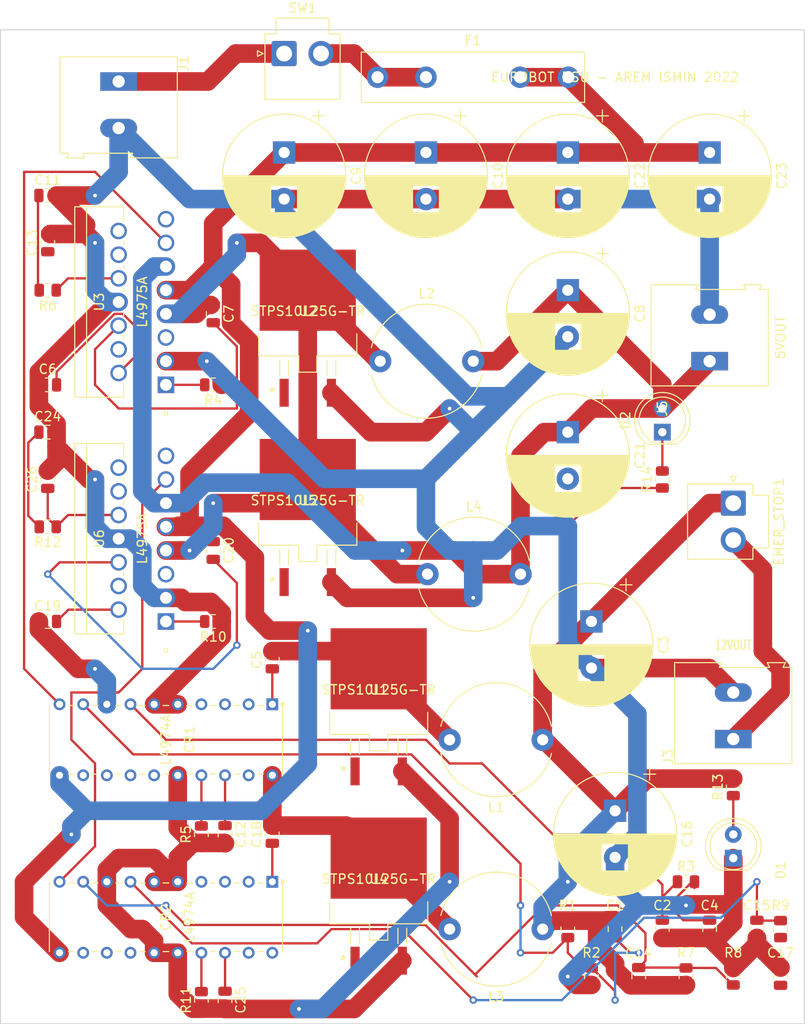
<source format=kicad_pcb>
(kicad_pcb (version 20211014) (generator pcbnew)
  (layers (0 "F.Cu" signal) (31 "B.Cu" signal) (34 "B.Paste" user) (35 "F.Paste" user) (36 "B.SilkS" user "B.Silkscreen") (37 "F.SilkS" user "F.Silkscreen") (38 "B.Mask" user) (39 "F.Mask" user) (44 "Edge.Cuts" user))
  (net 0 "")
  (net 1 "Net-(C2-Pad1)")
  (net 2 "GND")
  (net 3 "Net-(C4-Pad1)")
  (net 4 "Net-(C5-Pad1)")
  (net 5 "/12VOUTPREIND")
  (net 6 "Net-(C6-Pad2)")
  (net 7 "/5VOUTPREIND")
  (net 8 "Net-(C7-Pad2)")
  (net 9 "+12V")
  (net 10 "Net-(C1-Pad2)")
  (net 11 "Net-(C11-Pad1)")
  (net 12 "Net-(C12-Pad1)")
  (net 13 "Net-(C13-Pad1)")
  (net 17 "Net-(CR1-Pad10)")
  (net 21 "Net-(CR1-Pad17)")
  (net 23 "Net-(R4-Pad2)")
  (net 30 "Net-(C14-Pad2)")
  (net 31 "Net-(C15-Pad1)")
  (net 32 "Net-(C17-Pad1)")
  (net 33 "Net-(C18-Pad1)")
  (net 34 "Net-(C19-Pad2)")
  (net 35 "Net-(C20-Pad2)")
  (net 36 "Net-(C24-Pad1)")
  (net 37 "Net-(C25-Pad1)")
  (net 38 "Net-(C26-Pad1)")
  (net 42 "Net-(CR2-Pad10)")
  (net 46 "Net-(CR2-Pad17)")
  (net 48 "Net-(R10-Pad2)")
  (net 57 "+5V")
  (net 58 "+24V")
  (net 59 "Net-(D1-Pad2)")
  (net 60 "Net-(D2-Pad1)")
  (net 61 "/12VOUTPOSTEMER")
  (net 62 "/VBATPOSTSWITCH")
  (net 63 "/VBATPRESWITCH")
  (footprint "Capacitor_SMD:C_0805_2012Metric" (layer "F.Cu") (at 41.91 85.41 90)
    (fp_text reference "C5")
    (fp_text value "470nF")
  )
  (footprint "Capacitor_SMD:C_0805_2012Metric" (layer "F.Cu") (at 93.98 114.3 -90)
    (fp_text reference "C15")
    (fp_text value "330pF")
  )
  (footprint "Resistor_SMD:R_0805_2012Metric" (layer "F.Cu") (at 34.29 121.92 90)
    (fp_text reference "R11")
    (fp_text value "33K")
  )
  (footprint "Capacitor_THT:CP_Radial_D13.0mm_P5.00mm" (layer "F.Cu") (at 76.2 81.28 -90)
    (fp_text reference "C3")
    (fp_text value "330uF")
  )
  (footprint "TerminalBlock:TerminalBlock_Altech_AK300-2_P5.00mm" (layer "F.Cu") (at 25.4 23.32 -90)
    (fp_text reference "J1")
    (fp_text value "VBATIN")
  )
  (footprint "Inductor_THT:L_Radial_D12.0mm_P10.00mm_Neosid_SD12_style1" (layer "F.Cu") (at 58.58 76.2)
    (fp_text reference "L4")
    (fp_text value "150uH")
  )
  (footprint "Capacitor_SMD:C_0805_2012Metric" (layer "F.Cu") (at 36.83 121.92 -90)
    (fp_text reference "C25")
    (fp_text value "4.7nF")
  )
  (footprint "Capacitor_THT:CP_Radial_D13.0mm_P5.00mm" (layer "F.Cu") (at 88.9 30.94 -90)
    (fp_text reference "C23")
    (fp_text value "3300uF")
  )
  (footprint "Resistor_SMD:R_0805_2012Metric" (layer "F.Cu") (at 34.29 104.14 90)
    (fp_text reference "R5")
    (fp_text value "33K")
  )
  (footprint "STPS:STPS10L25G-TR" (layer "F.Cu") (at 53.34 108.9279)
    (fp_text reference "U4")
    (fp_text value "STPS10L25G-TR")
  )
  (footprint "Capacitor_SMD:C_0805_2012Metric" (layer "F.Cu") (at 36.83 104.14 -90)
    (fp_text reference "C12")
    (fp_text value "4.7nF")
  )
  (footprint "Capacitor_SMD:C_0805_2012Metric" (layer "F.Cu") (at 17.78 60.96)
    (fp_text reference "C24")
    (fp_text value "22nF")
  )
  (footprint "L4974A:L4974A" (layer "F.Cu") (at 41.91 109.22 -90)
    (fp_text reference "CR2")
    (fp_text value "L4974A")
  )
  (footprint "Resistor_SMD:R_0805_2012Metric" (layer "F.Cu") (at 73.66 114.3 90)
    (fp_text reference "R1")
    (fp_text value "6.2K")
  )
  (footprint "Capacitor_SMD:C_0805_2012Metric" (layer "F.Cu") (at 96.52 119.38 90)
    (fp_text reference "C17")
    (fp_text value "22nF")
  )
  (footprint "STPS:STPS10L25G-TR" (layer "F.Cu") (at 45.72 68.2879)
    (fp_text reference "U5")
    (fp_text value "STPS10L25G-TR")
  )
  (footprint "Capacitor_THT:CP_Radial_D13.0mm_P5.00mm" (layer "F.Cu") (at 58.42 30.94 -90)
    (fp_text reference "C10")
    (fp_text value "3300uF")
  )
  (footprint "Capacitor_SMD:C_0805_2012Metric" (layer "F.Cu") (at 17.78 35.56)
    (fp_text reference "C11")
    (fp_text value "22nF")
  )
  (footprint "TerminalBlock:TerminalBlock_Altech_AK300-2_P5.00mm" (layer "F.Cu") (at 88.9 53.34 90)
    (fp_text reference "J5")
    (fp_text value "5VOUT")
  )
  (footprint "Capacitor_SMD:C_0805_2012Metric" (layer "F.Cu") (at 35.56 48.26 -90)
    (fp_text reference "C7")
    (fp_text value "470nF")
  )
  (footprint "L4974A:L4974A" (layer "F.Cu") (at 41.91 90.17 -90)
    (fp_text reference "CR1")
    (fp_text value "L4974A")
  )
  (footprint "Capacitor_SMD:C_0805_2012Metric" (layer "F.Cu") (at 35.56 73.66 -90)
    (fp_text reference "C20")
    (fp_text value "470nF")
  )
  (footprint "Resistor_SMD:R_0805_2012Metric" (layer "F.Cu") (at 17.78 45.72 180)
    (fp_text reference "R6")
    (fp_text value "15K")
  )
  (footprint "Capacitor_THT:CP_Radial_D13.0mm_P5.00mm" (layer "F.Cu") (at 78.74 101.6 -90)
    (fp_text reference "C16")
    (fp_text value "330uF")
  )
  (footprint "Resistor_SMD:R_0805_2012Metric" (layer "F.Cu") (at 91.44 119.38 -90)
    (fp_text reference "R8")
    (fp_text value "4.7K")
  )
  (footprint "L4975A:L4975A" (layer "F.Cu") (at 30.48 81.28 90)
    (fp_text reference "U6")
    (fp_text value "L4975A")
  )
  (footprint "Resistor_SMD:R_0805_2012Metric" (layer "F.Cu") (at 17.78 71.12 180)
    (fp_text reference "R12")
    (fp_text value "15K")
  )
  (footprint "Capacitor_THT:CP_Radial_D13.0mm_P5.00mm" (layer "F.Cu") (at 43.18 30.94 -90)
    (fp_text reference "C9")
    (fp_text value "470uF")
  )
  (footprint "Capacitor_SMD:C_0805_2012Metric" (layer "F.Cu") (at 81.28 119.38 90)
    (fp_text reference "C14")
    (fp_text value "47nF")
  )
  (footprint "Resistor_SMD:R_0805_2012Metric" (layer "F.Cu") (at 96.52 114.3 -90)
    (fp_text reference "R9")
    (fp_text value "15K")
  )
  (footprint "Capacitor_SMD:C_0805_2012Metric" (layer "F.Cu") (at 17.78 66.04 90)
    (fp_text reference "C26")
    (fp_text value "330pF")
  )
  (footprint "Connector_JST:JST_VH_B2P-VH-B_1x02_P3.96mm_Vertical" (layer "F.Cu") (at 91.44 68.58 -90)
    (fp_text reference "EMER_STOP1")
    (fp_text value "Conn_01x02_Male")
  )
  (footprint "Capacitor_SMD:C_0805_2012Metric" (layer "F.Cu") (at 88.9 114.3 -90)
    (fp_text reference "C4")
    (fp_text value "22nF")
  )
  (footprint "Resistor_SMD:R_0805_2012Metric" (layer "F.Cu") (at 83.82 66.04 90)
    (fp_text reference "R14")
    (fp_text value "150")
  )
  (footprint "Fuse:Fuseholder_Littelfuse_445_030_series_5x20mm" (layer "F.Cu") (at 53.22 22.86)
    (fp_text reference "F1")
    (fp_text value "Fuse")
  )
  (footprint "L4975A:L4975A" (layer "F.Cu") (at 30.48 55.88 90)
    (fp_text reference "U3")
    (fp_text value "L4975A")
  )
  (footprint "Capacitor_THT:CP_Radial_D13.0mm_P5.00mm" (layer "F.Cu") (at 73.66 45.72 -90)
    (fp_text reference "C8")
    (fp_text value "1000uF")
  )
  (footprint "TerminalBlock:TerminalBlock_Altech_AK300-2_P5.00mm" (layer "F.Cu") (at 91.44 93.9 90)
    (fp_text reference "J3")
    (fp_text value "12VOUT")
  )
  (footprint "Capacitor_SMD:C_0805_2012Metric" (layer "F.Cu") (at 17.78 81.28)
    (fp_text reference "C19")
    (fp_text value "4.7nF")
  )
  (footprint "LED_THT:LED_D5.0mm" (layer "F.Cu") (at 83.82 60.96 90)
    (fp_text reference "D2")
    (fp_text value "LED")
  )
  (footprint "STPS:STPS10L25G-TR" (layer "F.Cu") (at 45.72 47.9679)
    (fp_text reference "U2")
    (fp_text value "STPS10L25G-TR")
  )
  (footprint "Resistor_SMD:R_0805_2012Metric" (layer "F.Cu") (at 35.56 81.28 180)
    (fp_text reference "R10")
    (fp_text value "30K")
  )
  (footprint "Capacitor_THT:CP_Radial_D13.0mm_P5.00mm" (layer "F.Cu") (at 73.66 30.94 -90)
    (fp_text reference "C22")
    (fp_text value "470uF")
  )
  (footprint "Connector_JST:JST_VH_B2P-VH_1x02_P3.96mm_Vertical" (layer "F.Cu") (at 43.18 20.32)
    (fp_text reference "SW1")
    (fp_text value "SW_SPST")
  )
  (footprint "Resistor_SMD:R_0805_2012Metric" (layer "F.Cu") (at 91.44 99.06 90)
    (fp_text reference "R13")
    (fp_text value "500")
  )
  (footprint "Capacitor_SMD:C_0805_2012Metric" (layer "F.Cu") (at 17.78 55.88)
    (fp_text reference "C6")
    (fp_text value "4.7nF")
  )
  (footprint "Capacitor_SMD:C_0805_2012Metric" (layer "F.Cu") (at 83.82 114.3 -90)
    (fp_text reference "C2")
    (fp_text value "330pF")
  )
  (footprint "Capacitor_SMD:C_0805_2012Metric" (layer "F.Cu") (at 17.78 40.64 90)
    (fp_text reference "C13")
    (fp_text value "330pF")
  )
  (footprint "Capacitor_THT:CP_Radial_D13.0mm_P5.00mm" (layer "F.Cu") (at 73.66 60.96 -90)
    (fp_text reference "C21")
    (fp_text value "1000uF")
  )
  (footprint "STPS:STPS10L25G-TR" (layer "F.Cu") (at 53.34 88.6079)
    (fp_text reference "U1")
    (fp_text value "STPS10L25G-TR")
  )
  (footprint "Inductor_THT:L_Radial_D12.0mm_P10.00mm_Neosid_SD12_style1" (layer "F.Cu") (at 53.5 53.34)
    (fp_text reference "L2")
    (fp_text value "150uH")
  )
  (footprint "Resistor_SMD:R_0805_2012Metric" (layer "F.Cu") (at 76.2 119.38 90)
    (fp_text reference "R2")
    (fp_text value "4.7K")
  )
  (footprint "Resistor_SMD:R_0805_2012Metric" (layer "F.Cu") (at 86.36 109.22)
    (fp_text reference "R3")
    (fp_text value "15K")
  )
  (footprint "Inductor_THT:L_Radial_D12.0mm_P10.00mm_Neosid_SD12_style1" (layer "F.Cu") (at 70.96 114.3 180)
    (fp_text reference "L3")
    (fp_text value "300uH")
  )
  (footprint "LED_THT:LED_D5.0mm" (layer "F.Cu") (at 91.44 106.68 90)
    (fp_text reference "D1")
    (fp_text value "LED")
  )
  (footprint "Inductor_THT:L_Radial_D12.0mm_P10.00mm_Neosid_SD12_style1" (layer "F.Cu") (at 70.96 93.98 180)
    (fp_text reference "L1")
    (fp_text value "300uH")
  )
  (footprint "Capacitor_SMD:C_0805_2012Metric" (layer "F.Cu") (at 41.91 104.14 90)
    (fp_text reference "C18")
    (fp_text value "470nF")
  )
  (footprint "Resistor_SMD:R_0805_2012Metric" (layer "F.Cu") (at 35.56 55.88 180)
    (fp_text reference "R4")
    (fp_text value "30K")
  )
  (footprint "Resistor_SMD:R_0805_2012Metric" (layer "F.Cu") (at 86.36 119.38 -90)
    (fp_text reference "R7")
    (fp_text value "6.2K")
  )
  (footprint "Capacitor_SMD:C_0805_2012Metric" (layer "F.Cu") (at 78.74 114.3 -90)
    (fp_text reference "C1")
    (fp_text value "47nF")
  )
  (gr_rect (start 99.06 124.46) (end 12.7 17.78) (layer "Edge.Cuts") (width 0.1) (fill none))
  (gr_text "12VOUT" (at 91.44 83.82) (layer "F.SilkS") (effects (font (size 1 0.7))))
  (gr_text "5VOUT" (at 96.52 50.8 90) (layer "F.SilkS") (effects (font (size 1 1))))
  (gr_text "EUROBOT PSU - AREM ISMIN 2022" (at 78.74 22.86) (layer "F.SilkS") (effects (font (size 1 1))))
  (segment (start 30.48 93.98) (end 58.42 93.98) (width 0.25) (layer "F.Cu") (net 1))
  (segment (start 83.82 110.8475) (end 83.82 113.35) (width 0.25) (layer "F.Cu") (net 1))
  (segment (start 85.4475 109.22) (end 83.82 110.8475) (width 0.25) (layer "F.Cu") (net 1))
  (segment (start 26.67 90.17) (end 30.48 93.98) (width 0.25) (layer "F.Cu") (net 1))
  (segment (start 83.82 109.524015) (end 78.435985 104.14) (width 0.25) (layer "F.Cu") (net 1))
  (segment (start 60.96 96.52) (end 64.45 96.52) (width 0.25) (layer "F.Cu") (net 1))
  (segment (start 72.07 104.14) (end 64.45 96.52) (width 0.25) (layer "F.Cu") (net 1))
  (segment (start 78.435985 104.14) (end 72.07 104.14) (width 0.25) (layer "F.Cu") (net 1))
  (segment (start 58.42 93.98) (end 60.96 96.52) (width 0.25) (layer "F.Cu") (net 1))
  (segment (start 83.82 110.8475) (end 83.82 109.524015) (width 0.25) (layer "F.Cu") (net 1))
  (segment (start 76.2 86.28) (end 88.82 86.28) (width 2) (layer "F.Cu") (net 2))
  (segment (start 33.35257 105.0525) (end 34.29 105.0525) (width 2) (layer "F.Cu") (net 2))
  (segment (start 22.86 40.64) (end 21.91 39.69) (width 2) (layer "F.Cu") (net 2))
  (segment (start 18.73 62.55) (end 18.73 60.96) (width 2) (layer "F.Cu") (net 2))
  (segment (start 93.98 115.25) (end 93.98 115.9275) (width 2) (layer "F.Cu") (net 2))
  (segment (start 17.78 65.09) (end 18.73 64.14) (width 2) (layer "F.Cu") (net 2))
  (segment (start 35.321419 79.191489) (end 32.568511 79.191489) (width 2) (layer "F.Cu") (net 2))
  (segment (start 29.21 109.22) (end 31.75 109.22) (width 2) (layer "F.Cu") (net 2))
  (segment (start 34.29 122.8325) (end 33.35257 122.8325) (width 2) (layer "F.Cu") (net 2))
  (segment (start 29.21 116.84) (end 31.75 116.84) (width 2) (layer "F.Cu") (net 2))
  (segment (start 48.26 77.0509) (end 49.9491 78.74) (width 2) (layer "F.Cu") (net 2))
  (segment (start 18.73 35.56) (end 21.91 38.74) (width 2) (layer "F.Cu") (net 2))
  (segment (start 50.7009 122.87) (end 55.88 117.6909) (width 2) (layer "F.Cu") (net 2))
  (segment (start 22.22 66.04) (end 22.86 66.04) (width 2) (layer "F.Cu") (net 2))
  (segment (start 77.7475 66.9525) (end 73.66 71.04) (width 0.25) (layer "F.Cu") (net 2))
  (segment (start 29.21 106.68) (end 31.115 108.585) (width 2) (layer "F.Cu") (net 2))
  (segment (start 93.98 115.25) (end 93.98 115.89) (width 2) (layer "F.Cu") (net 2))
  (segment (start 36.4725 80.34257) (end 35.321419 79.191489) (width 2) (layer "F.Cu") (net 2))
  (segment (start 18.73 62.55) (end 22.22 66.04) (width 2) (layer "F.Cu") (net 2))
  (segment (start 36.4725 81.28) (end 36.4725 80.34257) (width 2) (layer "F.Cu") (net 2))
  (segment (start 21.91 39.69) (end 18.055 39.69) (width 2) (layer "F.Cu") (net 2))
  (segment (start 24.13 109.22) (end 24.13 107.95) (width 2) (layer "F.Cu") (net 2))
  (segment (start 18.73 64.14) (end 18.73 62.55) (width 2) (layer "F.Cu") (net 2))
  (segment (start 31.115 108.585) (end 30.48 109.22) (width 2) (layer "F.Cu") (net 2))
  (segment (start 16.83 54.510681) (end 24.405201 46.93548) (width 2) (layer "F.Cu") (net 2))
  (segment (start 36.4725 54.94257) (end 34.86993 53.34) (width 2) (layer "F.Cu") (net 2))
  (segment (start 91.44 117.79) (end 88.9 115.25) (width 2) (layer "F.Cu") (net 2))
  (segment (start 18.73 35.56) (end 22.86 35.56) (width 2) (layer "F.Cu") (net 2))
  (segment (start 29.21 115.57) (end 29.21 116.84) (width 2) (layer "F.Cu") (net 2))
  (segment (start 83.82 66.9525) (end 77.7475 66.9525) (width 0.25) (layer "F.Cu") (net 2))
  (segment (start 74.5725 120.2925) (end 73.66 119.38) (width 2) (layer "F.Cu") (net 2))
  (segment (start 21.91 38.74) (end 21.91 39.69) (width 0.25) (layer "F.Cu") (net 2))
  (segment (start 33.35257 122.8325) (end 36.7925 122.8325) (width 2) (layer "F.Cu") (net 2))
  (segment (start 16.83 55.88) (end 16.83 54.510681) (width 2) (layer "F.Cu") (net 2))
  (segment (start 43.18 35.94) (end 58.42 35.94) (width 2) (layer "F.Cu") (net 2))
  (segment (start 36.4725 55.88) (end 36.4725 54.94257) (width 2) (layer "F.Cu") (net 2))
  (segment (start 31.115 108.585) (end 31.75 109.22) (width 2) (layer "F.Cu") (net 2))
  (segment (start 24.13 111.705609) (end 26.724391 114.3) (width 2) (layer "F.Cu") (net 2))
  (segment (start 27.94 114.3) (end 29.21 115.57) (width 2) (layer "F.Cu") (net 2))
  (segment (start 25.4 106.68) (end 29.21 106.68) (width 2) (layer "F.Cu") (net 2))
  (segment (start 58.42 35.94) (end 73.66 35.94) (width 2) (layer "F.Cu") (net 2))
  (segment (start 30.48 109.22) (end 29.21 109.22) (width 2) (layer "F.Cu") (net 2))
  (segment (start 31.75 97.79) (end 31.75 103.44993) (width 2) (layer "F.Cu") (net 2))
  (segment (start 16.83 81.28) (end 16.83 82.15493) (width 2) (layer "F.Cu") (net 2))
  (segment (start 55.88 97.3709) (end 60.96 102.4509) (width 2) (layer "F.Cu") (net 2))
  (segment (start 24.13 107.95) (end 25.4 106.68) (width 2) (layer "F.Cu") (net 2))
  (segment (start 52.4891 60.96) (end 58.42 60.96) (width 2) (layer "F.Cu") (net 2))
  (segment (start 58.42 60.96) (end 60.96 58.42) (width 2) (layer "F.Cu") (net 2))
  (segment (start 30.48 53.34) (end 34.86993 53.34) (width 2) (layer "F.Cu") (net 2))
  (segment (start 91.44 118.4675) (end 91.44 117.79) (width 2) (layer "F.Cu") (net 2))
  (segment (start 91.33048 111.65048) (end 91.44 111.76) (width 2) (layer "F.Cu") (net 2))
  (segment (start 48.26 56.7309) (end 52.4891 60.96) (width 2) (layer "F.Cu") (net 2))
  (segment (start 88.82 86.28) (end 91.44 88.9) (width 2) (layer "F.Cu") (net 2))
  (segment (start 16.83 58.18507) (end 18.73 60.08507) (width 2) (layer "F.Cu") (net 2))
  (segment (start 32.568511 79.191489) (end 32.117022 78.74) (width 2) (layer "F.Cu") (net 2))
  (segment (start 44.77 122.87) (end 50.7009 122.87) (width 2) (layer "F.Cu") (net 2))
  (segment (start 32.117022 78.74) (end 30.48 78.74) (width 2) (layer "F.Cu") (net 2))
  (segment (start 86.36 111.76) (end 86.46952 111.65048) (width 2) (layer "F.Cu") (net 2))
  (segment (start 88.9 115.25) (end 89.77493 115.25) (width 2) (layer "F.Cu") (net 2))
  (segment (start 31.75 109.22) (end 31.75 106.65507) (width 2) (layer "F.Cu") (net 2))
  (segment (start 34.29 105.0525) (end 36.7925 105.0525) (width 2) (layer "F.Cu") (net 2))
  (segment (start 36.83 122.87) (end 44.77 122.87) (width 2) (layer "F.Cu") (net 2))
  (segment (start 86.46952 111.65048) (end 91.33048 111.65048) (width 2) (layer "F.Cu") (net 2))
  (segment (start 31.75 103.44993) (end 33.35257 105.0525) (width 2) (layer "F.Cu") (net 2))
  (segment (start 31.75 106.65507) (end 33.35257 105.0525) (width 2) (layer "F.Cu") (net 2))
  (segment (start 26.724391 114.3) (end 27.94 114.3) (width 2) (layer "F.Cu") (net 2))
  (segment (start 36.7925 122.8325) (end 36.83 122.87) (width 2) (layer "F.Cu") (net 2))
  (segment (start 16.83 55.88) (end 16.83 58.18507) (width 2) (layer "F.Cu") (net 2))
  (segment (start 36.4725 81.28) (end 36.4725 82.9075) (width 2) (layer "F.Cu") (net 2))
  (segment (start 33.35257 122.8325) (end 31.75 121.22993) (width 2) (layer "F.Cu") (net 2))
  (segment (start 29.21 90.17) (end 31.75 90.17) (width 2) (layer "F.Cu") (net 2))
  (segment (start 91.44 113.58493) (end 91.44 106.68) (width 2) (layer "F.Cu") (net 2))
  (segment (start 76.2 120.2925) (end 74.5725 120.2925) (width 2) (layer "F.Cu") (net 2))
  (segment (start 31.75 121.22993) (end 31.75 116.84) (width 2) (layer "F.Cu") (net 2))
  (segment (start 36.7925 105.0525) (end 36.83 105.09) (width 2) (layer "F.Cu") (net 2))
  (segment (start 24.13 109.22) (end 24.13 111.705609) (width 2) (layer "F.Cu") (net 2))
  (segment (start 18.73 60.08507) (end 18.73 60.96) (width 2) (layer "F.Cu") (net 2))
  (segment (start 89.77493 115.25) (end 91.44 113.58493) (width 2) (layer "F.Cu") (net 2))
  (segment (start 21.03507 86.36) (end 22.86 86.36) (width 2) (layer "F.Cu") (net 2))
  (segment (start 60.96 102.4509) (end 60.96 109.22) (width 2) (layer "F.Cu") (net 2))
  (segment (start 49.9491 78.74) (end 63.5 78.74) (width 2) (layer "F.Cu") (net 2))
  (segment (start 16.83 82.15493) (end 21.03507 86.36) (width 2) (layer "F.Cu") (net 2))
  (segment (start 83.82 115.25) (end 88.9 115.25) (width 2) (layer "F.Cu") (net 2))
  (segment (start 93.98 115.9275) (end 91.44 118.4675) (width 2) (layer "F.Cu") (net 2))
  (segment (start 36.4725 82.9075) (end 29.21 90.17) (width 2) (layer "F.Cu") (net 2))
  (segment (start 93.98 115.89) (end 96.52 118.43) (width 2) (layer "F.Cu") (net 2))
  (via (at 22.86 35.56) (size 0.8) (drill 0.4) (layers "F.Cu" "B.Cu") (net 2))
  (via (at 60.96 58.42) (size 0.8) (drill 0.4) (layers "F.Cu" "B.Cu") (net 2))
  (via (at 22.86 66.04) (size 0.8) (drill 0.4) (layers "F.Cu" "B.Cu") (net 2))
  (via (at 73.66 119.38) (size 0.8) (drill 0.4) (layers "F.Cu" "B.Cu") (net 2))
  (via (at 86.36 111.76) (size 0.8) (drill 0.4) (layers "F.Cu" "B.Cu") (net 2))
  (via (at 34.86993 53.34) (size 0.8) (drill 0.4) (layers "F.Cu" "B.Cu") (net 2))
  (via (at 60.96 109.22) (size 0.8) (drill 0.4) (layers "F.Cu" "B.Cu") (net 2))
  (via (at 22.86 40.64) (size 0.8) (drill 0.4) (layers "F.Cu" "B.Cu") (net 2))
  (via (at 44.77 122.87) (size 0.8) (drill 0.4) (layers "F.Cu" "B.Cu") (net 2))
  (via (at 22.86 86.36) (size 0.8) (drill 0.4) (layers "F.Cu" "B.Cu") (net 2))
  (via (at 63.5 78.74) (size 0.8) (drill 0.4) (layers "F.Cu" "B.Cu") (net 2))
  (segment (start 66.04 73.66) (end 63.5 73.66) (width 2) (layer "B.Cu") (net 2))
  (segment (start 27.94 77.457235) (end 29.222765 78.74) (width 2) (layer "B.Cu") (net 2))
  (segment (start 22.86 45.707235) (end 22.86 40.64) (width 2) (layer "B.Cu") (net 2))
  (segment (start 43.18 35.94) (end 43.18 37.441472) (width 2) (layer "B.Cu") (net 2))
  (segment (start 24.142765 72.39) (end 25.4 72.39) (width 2) (layer "B.Cu") (net 2))
  (segment (start 62.848528 57.11) (end 67.27 57.11) (width 2) (layer "B.Cu") (net 2))
  (segment (start 73.66 83.74) (end 73.66 71.04) (width 2) (layer "B.Cu") (net 2))
  (segment (start 63.5 78.74) (end 63.5 73.66) (width 2) (layer "B.Cu") (net 2))
  (segment (start 43.18 35.94) (end 33.02 35.94) (width 2) (layer "B.Cu") (net 2))
  (segment (start 22.86 86.36) (end 24.13 87.63) (width 2) (layer "B.Cu") (net 2))
  (segment (start 78.74 109.22) (end 78.74 106.6) (width 2) (layer "B.Cu") (net 2))
  (segment (start 60.96 58.42) (end 63.46 60.92) (width 2) (layer "B.Cu") (net 2))
  (segment (start 43.18 37.441472) (end 62.848528 57.11) (width 2) (layer "B.Cu") (net 2))
  (segment (start 24.142765 46.99) (end 22.86 45.707235) (width 2) (layer "B.Cu") (net 2))
  (segment (start 88.9 35.94) (end 73.66 35.94) (width 2) (layer "B.Cu") (net 2))
  (segment (start 63.5 73.66) (end 60.96 73.66) (width 2) (layer "B.Cu") (net 2))
  (segment (start 88.9 48.34) (end 88.9 35.94) (width 2) (layer "B.Cu") (net 2))
  (segment (start 47.31 122.87) (end 44.77 122.87) (width 2) (layer "B.Cu") (net 2))
  (segment (start 24.13 87.63) (end 24.13 90.17) (width 2) (layer "B.Cu") (net 2))
  (segment (start 34.86993 53.34) (end 47.48993 65.96) (width 2) (layer "B.Cu") (net 2))
  (segment (start 25.4 33.02) (end 25.4 28.32) (width 2) (layer "B.Cu") (net 2))
  (segment (start 60.96 109.22) (end 47.31 122.87) (width 2) (layer "B.Cu") (net 2))
  (segment (start 68.66 71.04) (end 66.04 73.66) (width 2) (layer "B.Cu") (net 2))
  (segment (start 81.139511 91.219511) (end 76.2 86.28) (width 2) (layer "B.Cu") (net 2))
  (segment (start 67.27 57.11) (end 73.66 50.72) (width 2) (layer "B.Cu") (net 2))
  (segment (start 76.2 86.28) (end 73.66 83.74) (width 2) (layer "B.Cu") (net 2))
  (segment (start 29.222765 78.74) (end 30.48 78.74) (width 2) (layer "B.Cu") (net 2))
  (segment (start 58.42 65.96) (end 63.46 60.92) (width 2) (layer "B.Cu") (net 2))
  (segment (start 25.4 46.99) (end 24.142765 46.99) (width 2) (layer "B.Cu") (net 2))
  (segment (start 33.02 35.94) (end 25.4 28.32) (width 2) (layer "B.Cu") (net 2))
  (segment (start 22.86 71.107235) (end 24.142765 72.39) (width 2) (layer "B.Cu") (net 2))
  (segment (start 58.42 71.12) (end 58.42 65.96) (width 2) (layer "B.Cu") (net 2))
  (segment (start 22.86 35.56) (end 25.4 33.02) (width 2) (layer "B.Cu") (net 2))
  (segment (start 22.86 66.04) (end 22.86 71.107235) (width 2) (layer "B.Cu") (net 2))
  (segment (start 73.66 71.04) (end 68.66 71.04) (width 2) (layer "B.Cu") (net 2))
  (segment (start 26.657235 72.39) (end 27.94 73.672765) (width 2) (layer "B.Cu") (net 2))
  (segment (start 78.74 106.6) (end 81.139511 104.200489) (width 2) (layer "B.Cu") (net 2))
  (segment (start 27.94 73.672765) (end 27.94 77.457235) (width 2) (layer "B.Cu") (net 2))
  (segment (start 81.28 111.76) (end 78.74 109.22) (width 2) (layer "B.Cu") (net 2))
  (segment (start 63.46 60.92) (end 67.27 57.11) (width 2) (layer "B.Cu") (net 2))
  (segment (start 60.96 73.66) (end 58.42 71.12) (width 2) (layer "B.Cu") (net 2))
  (segment (start 47.48993 65.96) (end 58.42 65.96) (width 2) (layer "B.Cu") (net 2))
  (segment (start 81.28 111.76) (end 86.36 111.76) (width 2) (layer "B.Cu") (net 2))
  (segment (start 81.139511 104.200489) (end 81.139511 91.219511) (width 2) (layer "B.Cu") (net 2))
  (segment (start 25.4 72.39) (end 26.657235 72.39) (width 2) (layer "B.Cu") (net 2))
  (segment (start 73.66 119.38) (end 81.28 111.76) (width 2) (layer "B.Cu") (net 2))
  (segment (start 88.9 113.35) (end 86.076846 113.35) (width 0.25) (layer "F.Cu") (net 3))
  (segment (start 86.076846 113.35) (end 85.03548 112.308634) (width 0.25) (layer "F.Cu") (net 3))
  (segment (start 85.03548 111.211366) (end 87.026846 109.22) (width 0.25) (layer "F.Cu") (net 3))
  (segment (start 87.2725 109.8975) (end 87.2725 109.22) (width 0.25) (layer "F.Cu") (net 3))
  (segment (start 85.03548 112.308634) (end 85.03548 111.211366) (width 0.25) (layer "F.Cu") (net 3))
  (segment (start 87.026846 109.22) (end 87.2725 109.22) (width 0.25) (layer "F.Cu") (net 3))
  (segment (start 41.91 90.17) (end 41.91 86.36) (width 0.25) (layer "F.Cu") (net 4))
  (segment (start 41.91 97.79) (end 41.91 103.19) (width 2) (layer "F.Cu") (net 5))
  (segment (start 41.91 103.19) (end 49.85 103.19) (width 2) (layer "F.Cu") (net 5))
  (segment (start 53.34 86.36) (end 60.96 93.98) (width 2) (layer "F.Cu") (net 5))
  (segment (start 60.96 114.3) (end 53.34 106.68) (width 2) (layer "F.Cu") (net 5))
  (segment (start 41.91 84.46) (end 51.44 84.46) (width 2) (layer "F.Cu") (net 5))
  (segment (start 49.85 103.19) (end 53.34 106.68) (width 2) (layer "F.Cu") (net 5))
  (segment (start 51.44 84.46) (end 53.34 86.36) (width 2) (layer "F.Cu") (net 5))
  (segment (start 18.73 54.483835) (end 24.953835 48.26) (width 0.25) (layer "F.Cu") (net 6))
  (segment (start 25.846165 48.26) (end 27.94 50.353835) (width 0.25) (layer "F.Cu") (net 6))
  (segment (start 27.94 50.353835) (end 27.94 52.07) (width 0.25) (layer "F.Cu") (net 6))
  (segment (start 24.953835 48.26) (end 25.846165 48.26) (width 0.25) (layer "F.Cu") (net 6))
  (segment (start 18.73 55.88) (end 18.73 54.483835) (width 0.25) (layer "F.Cu") (net 6))
  (segment (start 27.94 52.07) (end 25.4 54.61) (width 0.25) (layer "F.Cu") (net 6))
  (segment (start 40.64 40.64) (end 45.72 45.72) (width 2) (layer "F.Cu") (net 7))
  (segment (start 33.73507 48.26) (end 34.68507 47.31) (width 2) (layer "F.Cu") (net 7))
  (segment (start 45.72 66.04) (end 45.72 45.72) (width 2) (layer "F.Cu") (net 7))
  (segment (start 30.48 48.26) (end 33.73507 48.26) (width 2) (layer "F.Cu") (net 7))
  (segment (start 30.48 73.66) (end 33.02 73.66) (width 2) (layer "F.Cu") (net 7))
  (segment (start 55.309409 76.2) (end 45.72 66.610591) (width 2) (layer "F.Cu") (net 7))
  (segment (start 45.72 66.610591) (end 45.72 66.04) (width 2) (layer "F.Cu") (net 7))
  (segment (start 53.5 53.34) (end 53.34 53.34) (width 2) (layer "F.Cu") (net 7))
  (segment (start 38.1 40.64) (end 40.64 40.64) (width 2) (layer "F.Cu") (net 7))
  (segment (start 53.34 53.34) (end 45.72 45.72) (width 2) (layer "F.Cu") (net 7))
  (segment (start 58.58 76.2) (end 55.309409 76.2) (width 2) (layer "F.Cu") (net 7))
  (segment (start 34.68507 47.31) (end 35.285 47.31) (width 2) (layer "F.Cu") (net 7))
  (segment (start 43.18 68.58) (end 45.72 66.04) (width 2) (layer "F.Cu") (net 7))
  (segment (start 35.56 68.58) (end 43.18 68.58) (width 2) (layer "F.Cu") (net 7))
  (via (at 35.56 68.58) (size 0.8) (drill 0.4) (layers "F.Cu" "B.Cu") (net 7))
  (via (at 33.02 73.66) (size 0.8) (drill 0.4) (layers "F.Cu" "B.Cu") (net 7))
  (via (at 38.1 40.64) (size 0.8) (drill 0.4) (layers "F.Cu" "B.Cu") (net 7))
  (segment (start 31.737235 48.26) (end 38.1 41.897235) (width 2) (layer "B.Cu") (net 7))
  (segment (start 35.56 71.12) (end 35.56 68.58) (width 2) (layer "B.Cu") (net 7))
  (segment (start 30.48 48.26) (end 31.737235 48.26) (width 2) (layer "B.Cu") (net 7))
  (segment (start 33.02 73.66) (end 35.56 71.12) (width 2) (layer "B.Cu") (net 7))
  (segment (start 38.1 41.897235) (end 38.1 40.64) (width 2) (layer "B.Cu") (net 7))
  (segment (start 38.1 51.75) (end 35.56 49.21) (width 0.25) (layer "F.Cu") (net 8))
  (segment (start 25.4 58.42) (end 38.1 58.42) (width 0.25) (layer "F.Cu") (net 8))
  (segment (start 25.4 49.53) (end 22.86 52.07) (width 0.25) (layer "F.Cu") (net 8))
  (segment (start 22.86 55.88) (end 25.4 58.42) (width 0.25) (layer "F.Cu") (net 8))
  (segment (start 38.1 58.42) (end 38.1 51.75) (width 0.25) (layer "F.Cu") (net 8))
  (segment (start 22.86 52.07) (end 22.86 55.88) (width 0.25) (layer "F.Cu") (net 8))
  (segment (start 78.74 101.6) (end 82.1925 98.1475) (width 2) (layer "F.Cu") (net 9))
  (segment (start 76.2 81.28) (end 88.9 68.58) (width 2) (layer "F.Cu") (net 9))
  (segment (start 77.86507 113.35) (end 76.81548 114.39959) (width 2) (layer "F.Cu") (net 9))
  (segment (start 78.74 118.66493) (end 80.40507 120.33) (width 2) (layer "F.Cu") (net 9))
  (segment (start 71.12 114.3) (end 70.96 114.3) (width 2) (layer "F.Cu") (net 9))
  (segment (start 76.81548 116.10041) (end 78.74 118.02493) (width 2) (layer "F.Cu") (net 9))
  (segment (start 71.8725 113.3875) (end 70.96 114.3) (width 2) (layer "F.Cu") (net 9))
  (segment (start 88.9 68.58) (end 91.44 68.58) (width 2) (layer "F.Cu") (net 9))
  (segment (start 76.81548 114.39959) (end 76.81548 116.10041) (width 2) (layer "F.Cu") (net 9))
  (segment (start 81.2425 120.33) (end 81.255923 120.316577) (width 0.25) (layer "F.Cu") (net 9))
  (segment (start 71.12 93.98) (end 78.74 101.6) (width 2) (layer "F.Cu") (net 9))
  (segment (start 78.74 113.35) (end 77.86507 113.35) (width 2) (layer "F.Cu") (net 9))
  (segment (start 70.96 93.98) (end 70.96 86.52) (width 2) (layer "F.Cu") (net 9))
  (segment (start 82.1925 98.1475) (end 91.44 98.1475) (width 2) (layer "F.Cu") (net 9))
  (segment (start 73.66 113.3875) (end 71.8725 113.3875) (width 2) (layer "F.Cu") (net 9))
  (segment (start 80.40507 120.33) (end 81.28 120.33) (width 2) (layer "F.Cu") (net 9))
  (segment (start 81.28 120.33) (end 86.3225 120.33) (width 2) (layer "F.Cu") (net 9))
  (segment (start 70.96 93.98) (end 71.12 93.98) (width 2) (layer "F.Cu") (net 9))
  (segment (start 86.3225 120.33) (end 86.36 120.2925) (width 2) (layer "F.Cu") (net 9))
  (segment (start 73.66 113.3875) (end 78.7025 113.3875) (width 2) (layer "F.Cu") (net 9))
  (segment (start 78.7025 113.3875) (end 78.74 113.35) (width 2) (layer "F.Cu") (net 9))
  (segment (start 78.74 118.02493) (end 78.74 118.66493) (width 2) (layer "F.Cu") (net 9))
  (segment (start 70.96 86.52) (end 76.2 81.28) (width 2) (layer "F.Cu") (net 9))
  (via (at 73.66 109.22) (size 0.8) (drill 0.4) (layers "F.Cu" "B.Cu") (net 9))
  (segment (start 70.96 111.92) (end 73.66 109.22) (width 2) (layer "B.Cu") (net 9))
  (segment (start 70.96 114.3) (end 70.96 111.92) (width 2) (layer "B.Cu") (net 9))
  (segment (start 73.66 106.68) (end 78.74 101.6) (width 2) (layer "B.Cu") (net 9))
  (segment (start 73.66 109.22) (end 73.66 106.68) (width 2) (layer "B.Cu") (net 9))
  (segment (start 73.66 115.2125) (end 73.66 116.84) (width 0.25) (layer "F.Cu") (net 10))
  (segment (start 76.248154 118.4675) (end 78.74 120.959346) (width 0.25) (layer "F.Cu") (net 10))
  (segment (start 21.59 90.17) (end 26.967789 95.547789) (width 0.25) (layer "F.Cu") (net 10))
  (segment (start 73.66 116.84) (end 75.2875 118.4675) (width 0.25) (layer "F.Cu") (net 10))
  (segment (start 75.2875 118.4675) (end 76.2 118.4675) (width 0.25) (layer "F.Cu") (net 10))
  (segment (start 68.58 107.292493) (end 68.58 111.76) (width 0.25) (layer "F.Cu") (net 10))
  (segment (start 76.2 118.4675) (end 76.248154 118.4675) (width 0.25) (layer "F.Cu") (net 10))
  (segment (start 26.967789 95.547789) (end 56.835296 95.547789) (width 0.25) (layer "F.Cu") (net 10))
  (segment (start 81.28 116.84) (end 80.33 116.84) (width 0.25) (layer "F.Cu") (net 10))
  (segment (start 56.835296 95.547789) (end 68.58 107.292493) (width 0.25) (layer "F.Cu") (net 10))
  (segment (start 72.0325 116.84) (end 73.66 115.2125) (width 0.25) (layer "F.Cu") (net 10))
  (segment (start 68.58 116.84) (end 72.0325 116.84) (width 0.25) (layer "F.Cu") (net 10))
  (segment (start 78.74 120.959346) (end 78.74 121.92) (width 0.25) (layer "F.Cu") (net 10))
  (segment (start 80.33 116.84) (end 78.74 115.25) (width 0.25) (layer "F.Cu") (net 10))
  (via (at 78.74 121.92) (size 0.8) (drill 0.4) (layers "F.Cu" "B.Cu") (net 10))
  (via (at 81.28 116.84) (size 0.8) (drill 0.4) (layers "F.Cu" "B.Cu") (net 10))
  (via (at 68.58 111.76) (size 0.8) (drill 0.4) (layers "F.Cu" "B.Cu") (net 10))
  (via (at 68.58 116.84) (size 0.8) (drill 0.4) (layers "F.Cu" "B.Cu") (net 10))
  (segment (start 78.74 116.84) (end 81.28 116.84) (width 0.25) (layer "B.Cu") (net 10))
  (segment (start 68.58 111.76) (end 68.58 116.84) (width 0.25) (layer "B.Cu") (net 10))
  (segment (start 78.74 121.92) (end 78.74 116.84) (width 0.25) (layer "B.Cu") (net 10))
  (segment (start 16.73048 35.65952) (end 16.73048 45.58298) (width 0.25) (layer "F.Cu") (net 11))
  (segment (start 16.73048 45.58298) (end 16.8675 45.72) (width 0.25) (layer "F.Cu") (net 11))
  (segment (start 16.83 35.56) (end 16.73048 35.65952) (width 0.25) (layer "F.Cu") (net 11))
  (segment (start 36.83 103.19) (end 36.83 97.79) (width 0.25) (layer "F.Cu") (net 12))
  (segment (start 25.4 44.45) (end 19.9625 44.45) (width 0.25) (layer "F.Cu") (net 13))
  (segment (start 19.9625 44.45) (end 18.6925 45.72) (width 0.25) (layer "F.Cu") (net 13))
  (segment (start 19.05 90.17) (end 15.24 86.36) (width 0.25) (layer "F.Cu") (net 17))
  (segment (start 15.24 33.02) (end 22.86 33.02) (width 0.25) (layer "F.Cu") (net 17))
  (segment (start 22.86 33.02) (end 30.48 40.64) (width 0.25) (layer "F.Cu") (net 17))
  (segment (start 15.24 86.36) (end 15.24 33.02) (width 0.25) (layer "F.Cu") (net 17))
  (segment (start 34.29 103.2275) (end 34.29 97.79) (width 0.25) (layer "F.Cu") (net 21))
  (segment (start 30.48 55.88) (end 34.6475 55.88) (width 0.25) (layer "F.Cu") (net 23))
  (segment (start 58.354495 113.85048) (end 63.692008 119.187992) (width 0.25) (layer "F.Cu") (net 30))
  (segment (start 81.28 118.43) (end 82.004511 117.705489) (width 0.25) (layer "F.Cu") (net 30))
  (segment (start 82.004511 114.741357) (end 79.023154 111.76) (width 0.25) (layer "F.Cu") (net 30))
  (segment (start 91.391846 120.2925) (end 89.566846 118.4675) (width 0.25) (layer "F.Cu") (net 30))
  (segment (start 32.483525 113.85048) (end 32.57048 113.85048) (width 0.25) (layer "F.Cu") (net 30))
  (segment (start 63.692008 119.187992) (end 63.884015 119.38) (width 0.25) (layer "F.Cu") (net 30))
  (segment (start 89.566846 118.4675) (end 86.36 118.4675) (width 0.25) (layer "F.Cu") (net 30))
  (segment (start 86.36 118.4675) (end 86.3225 118.43) (width 0.25) (layer "F.Cu") (net 30))
  (segment (start 71.12 111.76) (end 63.692008 119.187992) (width 0.25) (layer "F.Cu") (net 30))
  (segment (start 91.44 120.2925) (end 91.391846 120.2925) (width 0.25) (layer "F.Cu") (net 30))
  (segment (start 32.57048 113.85048) (end 30.48 111.76) (width 0.25) (layer "F.Cu") (net 30))
  (segment (start 82.004511 117.705489) (end 82.004511 114.741357) (width 0.25) (layer "F.Cu") (net 30))
  (segment (start 79.023154 111.76) (end 71.12 111.76) (width 0.25) (layer "F.Cu") (net 30))
  (segment (start 32.57048 113.85048) (end 58.354495 113.85048) (width 0.25) (layer "F.Cu") (net 30))
  (segment (start 86.3225 118.43) (end 81.28 118.43) (width 0.25) (layer "F.Cu") (net 30))
  (via (at 30.48 111.76) (size 0.8) (drill 0.4) (layers "F.Cu" "B.Cu") (net 30))
  (segment (start 30.48 111.76) (end 24.13 111.76) (width 0.25) (layer "B.Cu") (net 30))
  (segment (start 24.13 111.76) (end 21.59 109.22) (width 0.25) (layer "B.Cu") (net 30))
  (segment (start 93.98 113.35) (end 94.0175 113.3875) (width 0.25) (layer "F.Cu") (net 31))
  (segment (start 55.88 114.3) (end 63.5 121.92) (width 0.25) (layer "F.Cu") (net 31))
  (segment (start 33.274511 115.824511) (end 46.735489 115.824511) (width 0.25) (layer "F.Cu") (net 31))
  (segment (start 93.98 109.22) (end 93.98 113.35) (width 0.25) (layer "F.Cu") (net 31))
  (segment (start 94.0175 113.3875) (end 96.52 113.3875) (width 0.25) (layer "F.Cu") (net 31))
  (segment (start 26.67 109.22) (end 33.274511 115.824511) (width 0.25) (layer "F.Cu") (net 31))
  (segment (start 46.735489 115.824511) (end 48.26 114.3) (width 0.25) (layer "F.Cu") (net 31))
  (segment (start 48.26 114.3) (end 55.88 114.3) (width 0.25) (layer "F.Cu") (net 31))
  (via (at 93.98 109.22) (size 0.8) (drill 0.4) (layers "F.Cu" "B.Cu") (net 31))
  (via (at 63.5 121.92) (size 0.8) (drill 0.4) (layers "F.Cu" "B.Cu") (net 31))
  (segment (start 90.11548 113.08452) (end 93.98 109.22) (width 0.25) (layer "B.Cu") (net 31))
  (segment (start 73.024283 121.92) (end 81.859763 113.08452) (width 0.25) (layer "B.Cu") (net 31))
  (segment (start 63.5 121.92) (end 73.024283 121.92) (width 0.25) (layer "B.Cu") (net 31))
  (segment (start 81.859763 113.08452) (end 90.11548 113.08452) (width 0.25) (layer "B.Cu") (net 31))
  (segment (start 63.500011 121.920011) (end 63.5 121.92) (width 0.25) (layer "B.Cu") (net 31))
  (segment (start 41.91 109.22) (end 41.91 105.09) (width 0.25) (layer "F.Cu") (net 33))
  (segment (start 20 80.01) (end 18.73 81.28) (width 0.25) (layer "F.Cu") (net 34))
  (segment (start 25.4 80.01) (end 20 80.01) (width 0.25) (layer "F.Cu") (net 34))
  (segment (start 19.05 74.93) (end 17.78 76.2) (width 0.25) (layer "F.Cu") (net 35))
  (segment (start 25.4 74.93) (end 19.05 74.93) (width 0.25) (layer "F.Cu") (net 35))
  (segment (start 38.1 83.82) (end 38.1 77.15) (width 0.25) (layer "F.Cu") (net 35))
  (segment (start 38.1 77.15) (end 35.56 74.61) (width 0.25) (layer "F.Cu") (net 35))
  (via (at 17.78 76.2) (size 0.8) (drill 0.4) (layers "F.Cu" "B.Cu") (net 35))
  (via (at 38.1 83.82) (size 0.8) (drill 0.4) (layers "F.Cu" "B.Cu") (net 35))
  (segment (start 17.78 76.2) (end 27.94 86.36) (width 0.25) (layer "B.Cu") (net 35))
  (segment (start 27.94 86.36) (end 35.56 86.36) (width 0.25) (layer "B.Cu") (net 35))
  (segment (start 35.56 86.36) (end 38.1 83.82) (width 0.25) (layer "B.Cu") (net 35))
  (segment (start 16.83 60.96) (end 15.68952 62.10048) (width 0.25) (layer "F.Cu") (net 36))
  (segment (start 15.68952 69.94202) (end 16.8675 71.12) (width 0.25) (layer "F.Cu") (net 36))
  (segment (start 15.68952 62.10048) (end 15.68952 69.94202) (width 0.25) (layer "F.Cu") (net 36))
  (segment (start 36.83 120.97) (end 36.83 116.84) (width 0.25) (layer "F.Cu") (net 37))
  (segment (start 17.78 70.2075) (end 18.6925 71.12) (width 0.25) (layer "F.Cu") (net 38))
  (segment (start 17.78 66.99) (end 17.78 70.2075) (width 0.25) (layer "F.Cu") (net 38))
  (segment (start 19.9625 69.85) (end 18.6925 71.12) (width 0.25) (layer "F.Cu") (net 38))
  (segment (start 25.4 69.85) (end 19.9625 69.85) (width 0.25) (layer "F.Cu") (net 38))
  (segment (start 22.86 96.52) (end 22.86 105.41) (width 0.25) (layer "F.Cu") (net 42))
  (segment (start 27.94 86.36) (end 25.4 88.9) (width 0.25) (layer "F.Cu") (net 42))
  (segment (start 20.32 88.9) (end 20.32 93.98) (width 0.25) (layer "F.Cu") (net 42))
  (segment (start 27.94 68.58) (end 27.94 86.36) (width 0.25) (layer "F.Cu") (net 42))
  (segment (start 25.4 88.9) (end 20.32 88.9) (width 0.25) (layer "F.Cu") (net 42))
  (segment (start 22.86 105.41) (end 19.05 109.22) (width 0.25) (layer "F.Cu") (net 42))
  (segment (start 30.48 66.04) (end 27.94 68.58) (width 0.25) (layer "F.Cu") (net 42))
  (segment (start 20.32 93.98) (end 22.86 96.52) (width 0.25) (layer "F.Cu") (net 42))
  (segment (start 34.29 121.0075) (end 34.29 116.84) (width 0.25) (layer "F.Cu") (net 46))
  (segment (start 30.48 81.28) (end 34.6475 81.28) (width 0.25) (layer "F.Cu") (net 48))
  (segment (start 83.82 58.42) (end 83.82 55.88) (width 2) (layer "F.Cu") (net 57))
  (segment (start 71.12 60.96) (end 73.66 60.96) (width 2) (layer "F.Cu") (net 57))
  (segment (start 88.9 53.34) (end 83.82 58.42) (width 2) (layer "F.Cu") (net 57))
  (segment (start 61.530592 73.66) (end 64.070592 76.2) (width 2) (layer "F.Cu") (net 57))
  (segment (start 68.58 76.2) (end 68.58 63.5) (width 2) (layer "F.Cu") (net 57))
  (segment (start 55.88 73.66) (end 61.530592 73.66) (width 2) (layer "F.Cu") (net 57))
  (segment (start 66.04 53.34) (end 63.5 53.34) (width 2) (layer "F.Cu") (net 57))
  (segment (start 68.58 63.5) (end 71.12 60.96) (width 2) (layer "F.Cu") (net 57))
  (segment (start 83.82 55.88) (end 73.66 45.72) (width 2) (layer "F.Cu") (net 57))
  (segment (start 64.070592 76.2) (end 68.58 76.2) (width 2) (layer "F.Cu") (net 57))
  (segment (start 73.66 60.96) (end 76.2 58.42) (width 2) (layer "F.Cu") (net 57))
  (segment (start 76.2 58.42) (end 83.82 58.42) (width 2) (layer "F.Cu") (net 57))
  (segment (start 73.66 45.72) (end 66.04 53.34) (width 2) (layer "F.Cu") (net 57))
  (via (at 55.88 73.66) (size 0.8) (drill 0.4) (layers "F.Cu" "B.Cu") (net 57))
  (segment (start 27.94 67.297235) (end 29.222765 68.58) (width 2) (layer "B.Cu") (net 57))
  (segment (start 50.8 73.66) (end 55.88 73.66) (width 2) (layer "B.Cu") (net 57))
  (segment (start 32.449409 68.58) (end 34.648929 66.38048) (width 2) (layer "B.Cu") (net 57))
  (segment (start 43.52048 66.38048) (end 50.8 73.66) (width 2) (layer "B.Cu") (net 57))
  (segment (start 34.648929 66.38048) (end 43.52048 66.38048) (width 2) (layer "B.Cu") (net 57))
  (segment (start 29.222765 43.18) (end 27.94 44.462765) (width 2) (layer "B.Cu") (net 57))
  (segment (start 30.48 68.58) (end 32.449409 68.58) (width 2) (layer "B.Cu") (net 57))
  (segment (start 30.48 43.18) (end 29.222765 43.18) (width 2) (layer "B.Cu") (net 57))
  (segment (start 29.222765 68.58) (end 30.48 68.58) (width 2) (layer "B.Cu") (net 57))
  (segment (start 27.94 44.462765) (end 27.94 67.297235) (width 2) (layer "B.Cu") (net 57))
  (segment (start 41.62048 82.26048) (end 45.72 82.26048) (width 2) (layer "F.Cu") (net 58))
  (segment (start 35.56 38.56) (end 35.56 43.18) (width 2) (layer "F.Cu") (net 58))
  (segment (start 43.18 30.94) (end 35.56 38.56) (width 2) (layer "F.Cu") (net 58))
  (segment (start 43.18 30.94) (end 80.82 30.94) (width 2) (layer "F.Cu") (net 58))
  (segment (start 37.48452 45.10452) (end 37.48452 49.261366) (width 2) (layer "F.Cu") (net 58))
  (segment (start 31.737235 71.12) (end 31.846755 71.01048) (width 2) (layer "F.Cu") (net 58))
  (segment (start 40.039705 74.414775) (end 40.039705 80.679705) (width 2) (layer "F.Cu") (net 58))
  (segment (start 15.24 111.76) (end 15.24 109.22) (width 2) (layer "F.Cu") (net 58))
  (segment (start 30.48 71.12) (end 31.737235 71.12) (width 2) (layer "F.Cu") (net 58))
  (segment (start 36.63541 71.01048) (end 40.039705 74.414775) (width 2) (layer "F.Cu") (net 58))
  (segment (start 80.82 29.96) (end 80.82 30.94) (width 2) (layer "F.Cu") (net 58))
  (segment (start 31.846755 71.01048) (end 36.63541 71.01048) (width 2) (layer "F.Cu") (net 58))
  (segment (start 35.56 43.18) (end 37.48452 45.10452) (width 2) (layer "F.Cu") (net 58))
  (segment (start 33.02 65.373154) (end 33.02 71.12) (width 2) (layer "F.Cu") (net 58))
  (segment (start 15.24 113.03) (end 15.24 111.76) (width 2) (layer "F.Cu") (net 58))
  (segment (start 35.56 43.18) (end 33.02 45.72) (width 2) (layer "F.Cu") (net 58))
  (segment (start 37.48452 49.261366) (end 39.42452 51.201366) (width 2) (layer "F.Cu") (net 58))
  (segment (start 33.02 71.12) (end 30.48 71.12) (width 2) (layer "F.Cu") (net 58))
  (segment (start 80.82 30.94) (end 88.9 30.94) (width 2) (layer "F.Cu") (net 58))
  (segment (start 33.02 45.72) (end 30.48 45.72) (width 2) (layer "F.Cu") (net 58))
  (segment (start 40.039705 80.679705) (end 41.62048 82.26048) (width 2) (layer "F.Cu") (net 58))
  (segment (start 73.72 22.86) (end 80.82 29.96) (width 2) (layer "F.Cu") (net 58))
  (segment (start 19.05 116.84) (end 15.24 113.03) (width 2) (layer "F.Cu") (net 58))
  (segment (start 39.42452 58.968634) (end 33.02 65.373154) (width 2) (layer "F.Cu") (net 58))
  (segment (start 15.24 109.22) (end 20.32 104.14) (width 2) (layer "F.Cu") (net 58))
  (segment (start 68.52 22.86) (end 73.72 22.86) (width 2) (layer "F.Cu") (net 58))
  (segment (start 39.42452 51.201366) (end 39.42452 58.968634) (width 2) (layer "F.Cu") (net 58))
  (via (at 45.72 82.26048) (size 0.8) (drill 0.4) (layers "F.Cu" "B.Cu") (net 58))
  (via (at 20.32 104.14) (size 0.8) (drill 0.4) (layers "F.Cu" "B.Cu") (net 58))
  (segment (start 45.72 96.574391) (end 40.694391 101.6) (width 2) (layer "B.Cu") (net 58))
  (segment (start 19.05 98.688025) (end 19.05 97.79) (width 2) (layer "B.Cu") (net 58))
  (segment (start 21.961975 101.6) (end 19.05 98.688025) (width 2) (layer "B.Cu") (net 58))
  (segment (start 20.32 104.14) (end 20.32 103.241975) (width 2) (layer "B.Cu") (net 58))
  (segment (start 20.32 103.241975) (end 21.961975 101.6) (width 2) (layer "B.Cu") (net 58))
  (segment (start 45.72 82.26048) (end 45.72 96.574391) (width 2) (layer "B.Cu") (net 58))
  (segment (start 40.694391 101.6) (end 21.961975 101.6) (width 2) (layer "B.Cu") (net 58))
  (segment (start 91.44 99.9725) (end 91.44 104.14) (width 0.25) (layer "F.Cu") (net 59))
  (segment (start 83.82 65.1275) (end 83.82 60.96) (width 0.25) (layer "F.Cu") (net 60))
  (segment (start 94.61952 84.45952) (end 96.52 86.36) (width 2) (layer "F.Cu") (net 61))
  (segment (start 96.52 86.36) (end 96.52 88.82) (width 2) (layer "F.Cu") (net 61))
  (segment (start 91.44 72.54) (end 94.61952 75.71952) (width 2) (layer "F.Cu") (net 61))
  (segment (start 96.52 88.82) (end 91.44 93.9) (width 2) (layer "F.Cu") (net 61))
  (segment (start 94.61952 75.71952) (end 94.61952 84.45952) (width 2) (layer "F.Cu") (net 61))
  (segment (start 53.22 22.86) (end 58.42 22.86) (width 2) (layer "F.Cu") (net 62))
  (segment (start 47.14 20.32) (end 50.68 20.32) (width 2) (layer "F.Cu") (net 62))
  (segment (start 50.68 20.32) (end 53.22 22.86) (width 2) (layer "F.Cu") (net 62))
  (segment (start 43.18 20.32) (end 37.98 20.32) (width 2) (layer "F.Cu") (net 63))
  (segment (start 37.98 20.32) (end 34.98 23.32) (width 2) (layer "F.Cu") (net 63))
  (segment (start 25.4 23.32) (end 34.98 23.32) (width 2) (layer "F.Cu") (net 63))
)
</source>
